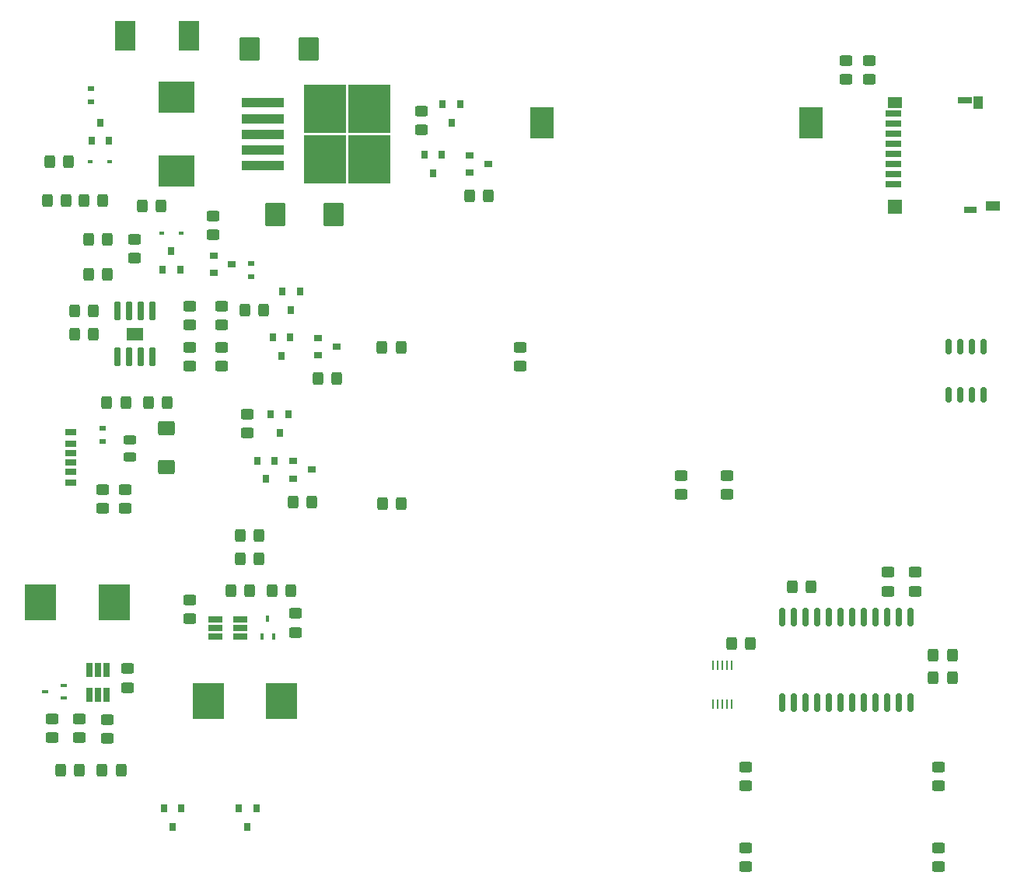
<source format=gbr>
G04 #@! TF.GenerationSoftware,KiCad,Pcbnew,7.0.2-6a45011f42~172~ubuntu22.04.1*
G04 #@! TF.CreationDate,2023-04-26T17:53:44-03:00*
G04 #@! TF.ProjectId,envcity_aqm_v2,656e7663-6974-4795-9f61-716d5f76322e,rev?*
G04 #@! TF.SameCoordinates,Original*
G04 #@! TF.FileFunction,Paste,Top*
G04 #@! TF.FilePolarity,Positive*
%FSLAX46Y46*%
G04 Gerber Fmt 4.6, Leading zero omitted, Abs format (unit mm)*
G04 Created by KiCad (PCBNEW 7.0.2-6a45011f42~172~ubuntu22.04.1) date 2023-04-26 17:53:44*
%MOMM*%
%LPD*%
G01*
G04 APERTURE LIST*
G04 Aperture macros list*
%AMRoundRect*
0 Rectangle with rounded corners*
0 $1 Rounding radius*
0 $2 $3 $4 $5 $6 $7 $8 $9 X,Y pos of 4 corners*
0 Add a 4 corners polygon primitive as box body*
4,1,4,$2,$3,$4,$5,$6,$7,$8,$9,$2,$3,0*
0 Add four circle primitives for the rounded corners*
1,1,$1+$1,$2,$3*
1,1,$1+$1,$4,$5*
1,1,$1+$1,$6,$7*
1,1,$1+$1,$8,$9*
0 Add four rect primitives between the rounded corners*
20,1,$1+$1,$2,$3,$4,$5,0*
20,1,$1+$1,$4,$5,$6,$7,0*
20,1,$1+$1,$6,$7,$8,$9,0*
20,1,$1+$1,$8,$9,$2,$3,0*%
G04 Aperture macros list end*
%ADD10C,0.010000*%
%ADD11RoundRect,0.042000X-0.258000X0.943000X-0.258000X-0.943000X0.258000X-0.943000X0.258000X0.943000X0*%
%ADD12RoundRect,0.250000X-0.325000X-0.450000X0.325000X-0.450000X0.325000X0.450000X-0.325000X0.450000X0*%
%ADD13R,2.540000X3.510000*%
%ADD14RoundRect,0.250000X0.325000X0.450000X-0.325000X0.450000X-0.325000X-0.450000X0.325000X-0.450000X0*%
%ADD15RoundRect,0.250000X-0.875000X-1.025000X0.875000X-1.025000X0.875000X1.025000X-0.875000X1.025000X0*%
%ADD16RoundRect,0.250000X0.450000X-0.325000X0.450000X0.325000X-0.450000X0.325000X-0.450000X-0.325000X0*%
%ADD17RoundRect,0.250000X-0.450000X0.325000X-0.450000X-0.325000X0.450000X-0.325000X0.450000X0.325000X0*%
%ADD18R,0.700000X0.600000*%
%ADD19R,0.600000X0.450000*%
%ADD20R,2.250000X3.200000*%
%ADD21R,0.700000X0.450000*%
%ADD22R,0.450000X0.700000*%
%ADD23RoundRect,0.243750X0.456250X-0.243750X0.456250X0.243750X-0.456250X0.243750X-0.456250X-0.243750X0*%
%ADD24RoundRect,0.250000X0.650000X-0.537500X0.650000X0.537500X-0.650000X0.537500X-0.650000X-0.537500X0*%
%ADD25RoundRect,0.150000X-0.150000X0.675000X-0.150000X-0.675000X0.150000X-0.675000X0.150000X0.675000X0*%
%ADD26R,1.200000X0.700000*%
%ADD27R,1.200000X0.760000*%
%ADD28R,1.200000X0.800000*%
%ADD29R,1.750000X0.700000*%
%ADD30R,1.500000X1.300000*%
%ADD31R,1.500000X0.800000*%
%ADD32R,1.000000X1.450000*%
%ADD33R,1.400000X0.800000*%
%ADD34R,1.500000X1.500000*%
%ADD35R,1.550000X1.000000*%
%ADD36R,4.000000X3.500000*%
%ADD37R,3.500000X4.000000*%
%ADD38R,0.800000X0.900000*%
%ADD39R,0.900000X0.800000*%
%ADD40R,0.250000X1.100000*%
%ADD41RoundRect,0.150000X0.150000X-0.875000X0.150000X0.875000X-0.150000X0.875000X-0.150000X-0.875000X0*%
%ADD42R,4.600000X1.100000*%
%ADD43R,4.550000X5.250000*%
%ADD44R,0.650000X1.560000*%
%ADD45R,1.560000X0.650000*%
G04 APERTURE END LIST*
D10*
X127320000Y-97145000D02*
X125680000Y-97145000D01*
X125680000Y-95855000D01*
X127320000Y-95855000D01*
X127320000Y-97145000D01*
G36*
X127320000Y-97145000D02*
G01*
X125680000Y-97145000D01*
X125680000Y-95855000D01*
X127320000Y-95855000D01*
X127320000Y-97145000D01*
G37*
D11*
X128405000Y-94025000D03*
X127135000Y-94025000D03*
X125865000Y-94025000D03*
X124595000Y-94025000D03*
X124595000Y-98975000D03*
X125865000Y-98975000D03*
X127135000Y-98975000D03*
X128405000Y-98975000D03*
D12*
X191475000Y-130250000D03*
X193525000Y-130250000D03*
D13*
X200180000Y-73500000D03*
X170820000Y-73500000D03*
D12*
X198125000Y-124100000D03*
X200175000Y-124100000D03*
D14*
X153475000Y-115000000D03*
X155525000Y-115000000D03*
X153450000Y-98000000D03*
X155500000Y-98000000D03*
D15*
X139050000Y-65500000D03*
X145450000Y-65500000D03*
X148200000Y-83500000D03*
X141800000Y-83500000D03*
D14*
X122025000Y-94000000D03*
X119975000Y-94000000D03*
X122025000Y-96500000D03*
X119975000Y-96500000D03*
X127325000Y-82600000D03*
X129375000Y-82600000D03*
D16*
X214000000Y-152475000D03*
X214000000Y-154525000D03*
X214000000Y-145775000D03*
X214000000Y-143725000D03*
D17*
X117500000Y-138475000D03*
X117500000Y-140525000D03*
X125750000Y-135025000D03*
X125750000Y-132975000D03*
D16*
X193000000Y-145750000D03*
X193000000Y-143700000D03*
X193000000Y-152475000D03*
X193000000Y-154525000D03*
D17*
X144000000Y-126975000D03*
X144000000Y-129025000D03*
D16*
X132500000Y-125475000D03*
X132500000Y-127525000D03*
X206500000Y-66725000D03*
X206500000Y-68775000D03*
X204000000Y-68775000D03*
X204000000Y-66725000D03*
D18*
X123000000Y-106800000D03*
X123000000Y-108200000D03*
D12*
X123475000Y-104000000D03*
X125525000Y-104000000D03*
D19*
X121700000Y-77750000D03*
X123800000Y-77750000D03*
D18*
X121750000Y-69800000D03*
X121750000Y-71200000D03*
D19*
X129450000Y-85500000D03*
X131550000Y-85500000D03*
D18*
X139150000Y-88850000D03*
X139150000Y-90250000D03*
D16*
X136000000Y-95525000D03*
X136000000Y-93475000D03*
X132500000Y-93500000D03*
X132500000Y-95550000D03*
D20*
X132400000Y-64050000D03*
X125500000Y-64050000D03*
D12*
X119025000Y-82000000D03*
X116975000Y-82000000D03*
D21*
X118750000Y-136150000D03*
X118750000Y-134850000D03*
X116750000Y-135500000D03*
D14*
X122975000Y-144000000D03*
X125025000Y-144000000D03*
D22*
X141000000Y-127500000D03*
X141650000Y-129500000D03*
X140350000Y-129500000D03*
D14*
X140025000Y-121000000D03*
X137975000Y-121000000D03*
D23*
X126000000Y-109937500D03*
X126000000Y-108062500D03*
D24*
X130000000Y-111000000D03*
X130000000Y-106825000D03*
D25*
X218905000Y-97875000D03*
X217635000Y-97875000D03*
X216365000Y-97875000D03*
X215095000Y-97875000D03*
X215095000Y-103125000D03*
X216365000Y-103125000D03*
X217635000Y-103125000D03*
X218905000Y-103125000D03*
D26*
X119530000Y-109500000D03*
D27*
X119530000Y-111520000D03*
D28*
X119530000Y-112750000D03*
D26*
X119530000Y-110500000D03*
D27*
X119530000Y-108480000D03*
D28*
X119530000Y-107250000D03*
D29*
X209150000Y-72475000D03*
D30*
X209275000Y-71275000D03*
D31*
X216875000Y-71025000D03*
D32*
X218375000Y-71350000D03*
D33*
X217525000Y-82975000D03*
D29*
X209150000Y-73575000D03*
X209150000Y-74675000D03*
X209150000Y-75775000D03*
X209150000Y-76875000D03*
X209150000Y-77975000D03*
X209150000Y-79075000D03*
X209150000Y-80175000D03*
D34*
X209275000Y-82625000D03*
D35*
X219950000Y-82575000D03*
D36*
X131050000Y-78750000D03*
X131050000Y-70750000D03*
D37*
X124250000Y-125750000D03*
X116250000Y-125750000D03*
X142500000Y-136500000D03*
X134500000Y-136500000D03*
D38*
X141750000Y-110300000D03*
X139850000Y-110300000D03*
X140800000Y-112300000D03*
X159950000Y-77000000D03*
X158050000Y-77000000D03*
X159000000Y-79000000D03*
D39*
X145800000Y-111300000D03*
X143800000Y-112250000D03*
X143800000Y-110350000D03*
D38*
X143250000Y-105300000D03*
X141350000Y-105300000D03*
X142300000Y-107300000D03*
X130500000Y-87500000D03*
X131450000Y-89500000D03*
X129550000Y-89500000D03*
D39*
X163000000Y-77050000D03*
X163000000Y-78950000D03*
X165000000Y-78000000D03*
D38*
X161000000Y-73500000D03*
X160050000Y-71500000D03*
X161950000Y-71500000D03*
X143450000Y-96900000D03*
X141550000Y-96900000D03*
X142500000Y-98900000D03*
X122750000Y-73500000D03*
X123700000Y-75500000D03*
X121800000Y-75500000D03*
D39*
X148500000Y-97900000D03*
X146500000Y-98850000D03*
X146500000Y-96950000D03*
D38*
X144500000Y-91900000D03*
X142600000Y-91900000D03*
X143550000Y-93900000D03*
D39*
X137100000Y-88900000D03*
X135100000Y-89850000D03*
X135100000Y-87950000D03*
D38*
X131600000Y-148200000D03*
X129700000Y-148200000D03*
X130650000Y-150200000D03*
X138800000Y-150200000D03*
X137850000Y-148200000D03*
X139750000Y-148200000D03*
D14*
X130025000Y-104000000D03*
X127975000Y-104000000D03*
D16*
X168500000Y-100025000D03*
X168500000Y-97975000D03*
D12*
X123525000Y-86250000D03*
X121475000Y-86250000D03*
D17*
X125500000Y-113450000D03*
X125500000Y-115500000D03*
X123000000Y-115500000D03*
X123000000Y-113450000D03*
X126500000Y-88275000D03*
X126500000Y-86225000D03*
D14*
X145800000Y-114800000D03*
X143750000Y-114800000D03*
D16*
X138800000Y-105275000D03*
X138800000Y-107325000D03*
D14*
X165050000Y-81500000D03*
X163000000Y-81500000D03*
D17*
X157750000Y-74275000D03*
X157750000Y-72225000D03*
D12*
X215525000Y-131500000D03*
X213475000Y-131500000D03*
X215525000Y-134000000D03*
X213475000Y-134000000D03*
D16*
X208500000Y-124525000D03*
X208500000Y-122475000D03*
X211500000Y-122475000D03*
X211500000Y-124525000D03*
D14*
X117225000Y-77750000D03*
X119275000Y-77750000D03*
X148525000Y-101400000D03*
X146475000Y-101400000D03*
X138475000Y-93900000D03*
X140525000Y-93900000D03*
D16*
X135050000Y-85725000D03*
X135050000Y-83675000D03*
D17*
X191000000Y-111975000D03*
X191000000Y-114025000D03*
X186000000Y-111975000D03*
X186000000Y-114025000D03*
D14*
X123025000Y-82000000D03*
X120975000Y-82000000D03*
D17*
X136000000Y-97975000D03*
X136000000Y-100025000D03*
X132500000Y-100025000D03*
X132500000Y-97975000D03*
D14*
X121500000Y-90000000D03*
X123550000Y-90000000D03*
D12*
X118450000Y-144000000D03*
X120500000Y-144000000D03*
D17*
X120500000Y-140525000D03*
X120500000Y-138475000D03*
X123500000Y-138500000D03*
X123500000Y-140550000D03*
D14*
X137975000Y-118500000D03*
X140025000Y-118500000D03*
X143525000Y-124500000D03*
X141475000Y-124500000D03*
X136950000Y-124500000D03*
X139000000Y-124500000D03*
D40*
X189500000Y-136885001D03*
X190000000Y-136885001D03*
X190500000Y-136885001D03*
X191000000Y-136885001D03*
X191500000Y-136885001D03*
X191500000Y-132585001D03*
X191000000Y-132585001D03*
X190500000Y-132585001D03*
X190000000Y-132585001D03*
X189500000Y-132585001D03*
D41*
X197015000Y-136650000D03*
X198285000Y-136650000D03*
X199555000Y-136650000D03*
X200825000Y-136650000D03*
X202095000Y-136650000D03*
X203365000Y-136650000D03*
X204635000Y-136650000D03*
X205905000Y-136650000D03*
X207175000Y-136650000D03*
X208445000Y-136650000D03*
X209715000Y-136650000D03*
X210985000Y-136650000D03*
X210985000Y-127350000D03*
X209715000Y-127350000D03*
X208445000Y-127350000D03*
X207175000Y-127350000D03*
X205905000Y-127350000D03*
X204635000Y-127350000D03*
X203365000Y-127350000D03*
X202095000Y-127350000D03*
X200825000Y-127350000D03*
X199555000Y-127350000D03*
X198285000Y-127350000D03*
X197015000Y-127350000D03*
D42*
X140475000Y-71350000D03*
X140475000Y-73050000D03*
X140475000Y-74750000D03*
X140475000Y-76450000D03*
X140475000Y-78150000D03*
D43*
X152050000Y-77525000D03*
X147200000Y-71975000D03*
X152050000Y-71975000D03*
X147200000Y-77525000D03*
D44*
X122500000Y-133150000D03*
X121550000Y-133150000D03*
X123450000Y-133150000D03*
X123450000Y-135850000D03*
X122500000Y-135850000D03*
X121550000Y-135850000D03*
D45*
X138000000Y-129500000D03*
X138000000Y-128550000D03*
X138000000Y-127600000D03*
X135300000Y-127600000D03*
X135300000Y-129500000D03*
X135300000Y-128550000D03*
M02*

</source>
